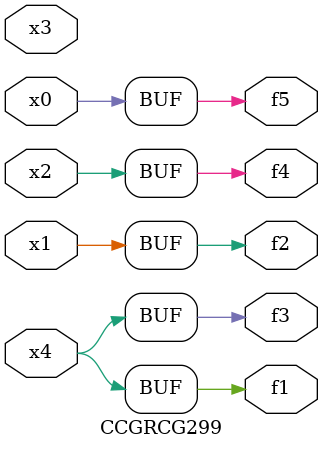
<source format=v>
module CCGRCG299(
	input x0, x1, x2, x3, x4,
	output f1, f2, f3, f4, f5
);
	assign f1 = x4;
	assign f2 = x1;
	assign f3 = x4;
	assign f4 = x2;
	assign f5 = x0;
endmodule

</source>
